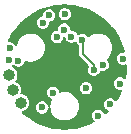
<source format=gbr>
%TF.GenerationSoftware,KiCad,Pcbnew,8.0.5-8.0.5-0~ubuntu24.04.1*%
%TF.CreationDate,2024-09-15T15:23:13-06:00*%
%TF.ProjectId,DRV8311 on motor driver,44525638-3331-4312-906f-6e206d6f746f,rev?*%
%TF.SameCoordinates,Original*%
%TF.FileFunction,Copper,L2,Inr*%
%TF.FilePolarity,Positive*%
%FSLAX46Y46*%
G04 Gerber Fmt 4.6, Leading zero omitted, Abs format (unit mm)*
G04 Created by KiCad (PCBNEW 8.0.5-8.0.5-0~ubuntu24.04.1) date 2024-09-15 15:23:13*
%MOMM*%
%LPD*%
G01*
G04 APERTURE LIST*
%TA.AperFunction,ComponentPad*%
%ADD10O,1.000000X1.000000*%
%TD*%
%TA.AperFunction,ComponentPad*%
%ADD11C,0.600000*%
%TD*%
%TA.AperFunction,ViaPad*%
%ADD12C,0.600000*%
%TD*%
%TA.AperFunction,Conductor*%
%ADD13C,0.200000*%
%TD*%
G04 APERTURE END LIST*
D10*
%TO.N,Net-(J3-Pin_1)*%
%TO.C,J3*%
X167600000Y-103450000D03*
%TD*%
D11*
%TO.N,GND*%
%TO.C,U1*%
X171950001Y-99719998D03*
X170549999Y-99719998D03*
X171250000Y-100445399D03*
X171950001Y-101120000D03*
X170549999Y-101120000D03*
%TD*%
D10*
%TO.N,Net-(J1-Pin_1)*%
%TO.C,J1*%
X166900000Y-102350000D03*
%TD*%
%TO.N,Net-(J2-Pin_1)*%
%TO.C,J2*%
X166600000Y-101100000D03*
%TD*%
D12*
%TO.N,+3.3V*%
X172799751Y-98147108D03*
X173116373Y-102216373D03*
X173769874Y-100675546D03*
%TO.N,GND*%
X167804580Y-96860461D03*
X175850000Y-98850000D03*
X175650000Y-98050000D03*
X174600000Y-96700000D03*
X169705640Y-105174954D03*
X174050000Y-97300000D03*
X173908365Y-102555608D03*
X175050000Y-97400000D03*
%TO.N,VDD*%
X170000000Y-96050000D03*
X169475248Y-96675624D03*
X166650000Y-98850000D03*
X167400000Y-99900000D03*
X166600000Y-99850000D03*
X171319090Y-95950000D03*
%TO.N,Net-(U1-SLEEP_N)*%
X174543328Y-100249977D03*
X169400000Y-103860612D03*
%TO.N,Net-(U1-SOA)*%
X170673748Y-97893002D03*
X174140084Y-104551384D03*
%TO.N,Net-(U1-SOB)*%
X171268000Y-97258800D03*
X175996140Y-101831754D03*
%TO.N,Net-(U1-SOC)*%
X171879907Y-97871564D03*
X176247018Y-99719598D03*
%TO.N,Net-(U1-INHB)*%
X170327877Y-102597695D03*
X175172494Y-103594849D03*
%TD*%
D13*
%TO.N,+3.3V*%
X172850000Y-98197357D02*
X172850000Y-99350000D01*
X173769874Y-100269874D02*
X173769874Y-100675546D01*
X172850000Y-99350000D02*
X173769874Y-100269874D01*
X172799751Y-98147108D02*
X172850000Y-98197357D01*
%TD*%
%TA.AperFunction,Conductor*%
%TO.N,GND*%
G36*
X171752984Y-95156740D02*
G01*
X171756825Y-95156908D01*
X171765864Y-95157699D01*
X172215230Y-95216859D01*
X172224144Y-95218430D01*
X172666656Y-95316533D01*
X172675419Y-95318881D01*
X173107691Y-95455176D01*
X173116218Y-95458280D01*
X173534948Y-95631724D01*
X173543161Y-95635553D01*
X173611570Y-95671165D01*
X173945198Y-95844840D01*
X173953053Y-95849375D01*
X174086041Y-95934098D01*
X174335316Y-96092904D01*
X174342748Y-96098108D01*
X174702324Y-96374019D01*
X174709272Y-96379848D01*
X174861285Y-96519143D01*
X175043442Y-96686060D01*
X175049856Y-96692474D01*
X175269458Y-96932127D01*
X175356066Y-97026642D01*
X175361898Y-97033593D01*
X175637809Y-97393169D01*
X175643013Y-97400601D01*
X175886541Y-97782862D01*
X175891077Y-97790719D01*
X176100361Y-98192751D01*
X176104195Y-98200974D01*
X176277637Y-98619700D01*
X176280741Y-98628226D01*
X176417036Y-99060498D01*
X176419383Y-99069258D01*
X176422338Y-99082585D01*
X176416180Y-99146565D01*
X176373591Y-99194706D01*
X176320804Y-99209098D01*
X176320417Y-99209098D01*
X176173619Y-99209098D01*
X176173617Y-99209098D01*
X176173613Y-99209099D01*
X176032769Y-99250454D01*
X175909275Y-99329819D01*
X175909274Y-99329819D01*
X175909274Y-99329820D01*
X175866239Y-99379484D01*
X175813140Y-99440763D01*
X175752159Y-99574292D01*
X175752157Y-99574299D01*
X175731268Y-99719594D01*
X175731268Y-99719601D01*
X175752157Y-99864896D01*
X175752159Y-99864903D01*
X175813140Y-99998432D01*
X175813141Y-99998434D01*
X175909274Y-100109376D01*
X176032768Y-100188741D01*
X176173619Y-100230098D01*
X176173622Y-100230098D01*
X176320414Y-100230098D01*
X176320417Y-100230098D01*
X176417648Y-100201548D01*
X176459147Y-100189364D01*
X176523396Y-100191199D01*
X176574296Y-100230449D01*
X176592348Y-100284614D01*
X176598779Y-100431903D01*
X176598779Y-100440976D01*
X176579009Y-100893787D01*
X176578218Y-100902826D01*
X176519060Y-101352181D01*
X176517485Y-101361117D01*
X176510553Y-101392384D01*
X176477930Y-101447765D01*
X176418985Y-101473394D01*
X176356233Y-101459482D01*
X176340160Y-101446091D01*
X176339506Y-101446847D01*
X176333885Y-101441976D01*
X176210388Y-101362610D01*
X176069544Y-101321255D01*
X176069541Y-101321254D01*
X176069539Y-101321254D01*
X175922741Y-101321254D01*
X175922739Y-101321254D01*
X175922735Y-101321255D01*
X175781891Y-101362610D01*
X175658397Y-101441975D01*
X175562262Y-101552919D01*
X175501281Y-101686448D01*
X175501279Y-101686455D01*
X175480390Y-101831750D01*
X175480390Y-101831757D01*
X175501279Y-101977052D01*
X175501281Y-101977059D01*
X175551579Y-102087195D01*
X175562263Y-102110590D01*
X175658396Y-102221532D01*
X175781890Y-102300897D01*
X175922741Y-102342254D01*
X175922744Y-102342254D01*
X176069538Y-102342254D01*
X176069539Y-102342254D01*
X176069539Y-102342253D01*
X176070804Y-102342072D01*
X176071856Y-102342254D01*
X176076977Y-102342254D01*
X176076977Y-102343140D01*
X176134138Y-102353031D01*
X176178935Y-102399124D01*
X176188084Y-102462745D01*
X176181691Y-102484812D01*
X176104191Y-102671915D01*
X176100356Y-102680138D01*
X175891077Y-103082160D01*
X175886541Y-103090017D01*
X175759814Y-103288937D01*
X175710217Y-103329822D01*
X175646061Y-103333745D01*
X175593505Y-103301165D01*
X175510238Y-103205071D01*
X175386744Y-103125706D01*
X175386743Y-103125705D01*
X175386742Y-103125705D01*
X175245898Y-103084350D01*
X175245895Y-103084349D01*
X175245893Y-103084349D01*
X175099095Y-103084349D01*
X175099093Y-103084349D01*
X175099089Y-103084350D01*
X174958245Y-103125705D01*
X174834751Y-103205070D01*
X174738616Y-103316014D01*
X174677635Y-103449543D01*
X174677633Y-103449550D01*
X174656744Y-103594845D01*
X174656744Y-103594852D01*
X174677633Y-103740147D01*
X174677635Y-103740154D01*
X174700652Y-103790553D01*
X174738617Y-103873685D01*
X174834750Y-103984627D01*
X174958244Y-104063992D01*
X174958247Y-104063993D01*
X174961755Y-104065595D01*
X174964130Y-104067775D01*
X174964502Y-104068014D01*
X174964460Y-104068078D01*
X175009111Y-104109056D01*
X175021876Y-104172051D01*
X174995177Y-104230519D01*
X174988815Y-104236875D01*
X174790313Y-104418769D01*
X174731825Y-104445423D01*
X174668840Y-104432609D01*
X174625451Y-104385296D01*
X174573961Y-104272548D01*
X174477828Y-104161606D01*
X174354334Y-104082241D01*
X174354333Y-104082240D01*
X174354332Y-104082240D01*
X174213488Y-104040885D01*
X174213485Y-104040884D01*
X174213483Y-104040884D01*
X174066685Y-104040884D01*
X174066683Y-104040884D01*
X174066679Y-104040885D01*
X173925835Y-104082240D01*
X173802341Y-104161605D01*
X173706206Y-104272549D01*
X173645225Y-104406078D01*
X173645223Y-104406085D01*
X173624334Y-104551380D01*
X173624334Y-104551387D01*
X173645223Y-104696682D01*
X173645225Y-104696688D01*
X173706207Y-104830220D01*
X173775007Y-104909618D01*
X173802341Y-104941163D01*
X173802956Y-104941696D01*
X173803305Y-104942276D01*
X173807211Y-104946783D01*
X173806430Y-104947458D01*
X173836146Y-104996740D01*
X173830644Y-105060779D01*
X173788551Y-105109354D01*
X173782870Y-105112541D01*
X173543166Y-105237323D01*
X173534943Y-105241157D01*
X173116217Y-105414599D01*
X173107691Y-105417703D01*
X172675419Y-105553998D01*
X172666656Y-105556346D01*
X172224154Y-105654447D01*
X172215219Y-105656022D01*
X171765864Y-105715180D01*
X171756825Y-105715971D01*
X171304014Y-105735741D01*
X171294942Y-105735741D01*
X170842130Y-105715971D01*
X170833091Y-105715180D01*
X170383736Y-105656022D01*
X170374801Y-105654447D01*
X169932299Y-105556346D01*
X169923536Y-105553998D01*
X169491264Y-105417703D01*
X169482738Y-105414599D01*
X169064012Y-105241157D01*
X169055789Y-105237323D01*
X168653757Y-105028039D01*
X168645900Y-105023503D01*
X168263639Y-104779975D01*
X168256207Y-104774771D01*
X167896631Y-104498860D01*
X167889680Y-104493028D01*
X167703757Y-104322660D01*
X167672107Y-104266717D01*
X167679383Y-104202855D01*
X167722807Y-104155466D01*
X167749124Y-104145007D01*
X167853797Y-104119208D01*
X167896320Y-104096890D01*
X168006567Y-104039028D01*
X168006569Y-104039026D01*
X168006574Y-104039024D01*
X168135723Y-103924609D01*
X168179900Y-103860608D01*
X168884250Y-103860608D01*
X168884250Y-103860615D01*
X168905139Y-104005910D01*
X168905141Y-104005917D01*
X168952243Y-104109056D01*
X168966123Y-104139448D01*
X169062256Y-104250390D01*
X169185750Y-104329755D01*
X169326601Y-104371112D01*
X169326604Y-104371112D01*
X169473396Y-104371112D01*
X169473399Y-104371112D01*
X169614250Y-104329755D01*
X169737744Y-104250390D01*
X169833877Y-104139448D01*
X169894859Y-104005916D01*
X169905316Y-103933183D01*
X169933675Y-103875505D01*
X169990522Y-103845509D01*
X170054143Y-103854656D01*
X170100238Y-103899452D01*
X170111813Y-103938390D01*
X170114884Y-103971533D01*
X170175769Y-104185523D01*
X170175770Y-104185525D01*
X170175771Y-104185528D01*
X170184399Y-104202855D01*
X170274938Y-104384682D01*
X170274942Y-104384689D01*
X170400826Y-104551387D01*
X170409021Y-104562238D01*
X170409023Y-104562241D01*
X170487762Y-104634020D01*
X170573438Y-104712124D01*
X170762599Y-104829247D01*
X170970060Y-104909618D01*
X171188749Y-104950499D01*
X171188755Y-104950499D01*
X171188757Y-104950500D01*
X171188758Y-104950500D01*
X171411242Y-104950500D01*
X171411243Y-104950500D01*
X171411245Y-104950499D01*
X171411250Y-104950499D01*
X171547431Y-104925041D01*
X171629940Y-104909618D01*
X171837401Y-104829247D01*
X172026562Y-104712124D01*
X172190981Y-104562236D01*
X172325058Y-104384689D01*
X172424229Y-104185528D01*
X172485115Y-103971536D01*
X172505643Y-103750000D01*
X172502428Y-103715308D01*
X172485115Y-103528466D01*
X172485115Y-103528464D01*
X172424229Y-103314472D01*
X172325058Y-103115311D01*
X172190981Y-102937764D01*
X172190978Y-102937761D01*
X172190976Y-102937758D01*
X172026564Y-102787878D01*
X172026562Y-102787876D01*
X171837401Y-102670753D01*
X171837399Y-102670752D01*
X171629939Y-102590381D01*
X171411250Y-102549500D01*
X171411243Y-102549500D01*
X171188757Y-102549500D01*
X171188749Y-102549500D01*
X170970067Y-102590380D01*
X170965440Y-102591697D01*
X170965038Y-102590284D01*
X170907010Y-102593493D01*
X170853004Y-102558642D01*
X170830696Y-102507762D01*
X170822736Y-102452391D01*
X170761754Y-102318859D01*
X170672945Y-102216369D01*
X172600623Y-102216369D01*
X172600623Y-102216376D01*
X172621512Y-102361671D01*
X172621514Y-102361678D01*
X172662944Y-102452396D01*
X172682496Y-102495209D01*
X172778629Y-102606151D01*
X172902123Y-102685516D01*
X173042974Y-102726873D01*
X173042977Y-102726873D01*
X173189769Y-102726873D01*
X173189772Y-102726873D01*
X173330623Y-102685516D01*
X173454117Y-102606151D01*
X173550250Y-102495209D01*
X173611232Y-102361677D01*
X173625950Y-102259311D01*
X173632123Y-102216376D01*
X173632123Y-102216369D01*
X173611233Y-102071074D01*
X173611231Y-102071067D01*
X173568299Y-101977059D01*
X173550250Y-101937537D01*
X173454117Y-101826595D01*
X173330623Y-101747230D01*
X173330622Y-101747229D01*
X173330621Y-101747229D01*
X173189777Y-101705874D01*
X173189774Y-101705873D01*
X173189772Y-101705873D01*
X173042974Y-101705873D01*
X173042972Y-101705873D01*
X173042968Y-101705874D01*
X172902124Y-101747229D01*
X172778630Y-101826594D01*
X172778629Y-101826594D01*
X172778629Y-101826595D01*
X172736343Y-101875395D01*
X172682495Y-101937538D01*
X172621514Y-102071067D01*
X172621512Y-102071074D01*
X172600623Y-102216369D01*
X170672945Y-102216369D01*
X170665621Y-102207917D01*
X170542127Y-102128552D01*
X170542126Y-102128551D01*
X170542125Y-102128551D01*
X170401281Y-102087196D01*
X170401278Y-102087195D01*
X170401276Y-102087195D01*
X170254478Y-102087195D01*
X170254476Y-102087195D01*
X170254472Y-102087196D01*
X170113628Y-102128551D01*
X169990134Y-102207916D01*
X169893999Y-102318860D01*
X169833018Y-102452389D01*
X169833016Y-102452396D01*
X169812127Y-102597691D01*
X169812127Y-102597698D01*
X169833016Y-102742993D01*
X169833018Y-102743000D01*
X169886894Y-102860971D01*
X169894000Y-102876531D01*
X169990133Y-102987473D01*
X170113627Y-103066838D01*
X170156275Y-103079360D01*
X170209331Y-103115638D01*
X170230932Y-103176175D01*
X170220071Y-103225503D01*
X170175775Y-103314463D01*
X170175769Y-103314476D01*
X170114884Y-103528466D01*
X170099110Y-103698696D01*
X170073692Y-103757732D01*
X170018428Y-103790553D01*
X169954427Y-103784623D01*
X169906135Y-103742206D01*
X169895765Y-103718396D01*
X169894859Y-103715313D01*
X169894859Y-103715308D01*
X169833877Y-103581776D01*
X169737744Y-103470834D01*
X169614250Y-103391469D01*
X169614249Y-103391468D01*
X169614248Y-103391468D01*
X169473404Y-103350113D01*
X169473401Y-103350112D01*
X169473399Y-103350112D01*
X169326601Y-103350112D01*
X169326599Y-103350112D01*
X169326595Y-103350113D01*
X169185751Y-103391468D01*
X169062257Y-103470833D01*
X168966122Y-103581777D01*
X168905141Y-103715306D01*
X168905139Y-103715313D01*
X168884250Y-103860608D01*
X168179900Y-103860608D01*
X168233737Y-103782611D01*
X168294921Y-103621283D01*
X168315718Y-103450000D01*
X168294921Y-103278717D01*
X168233737Y-103117389D01*
X168135723Y-102975391D01*
X168082347Y-102928104D01*
X168006576Y-102860977D01*
X168006567Y-102860971D01*
X167853801Y-102780793D01*
X167853797Y-102780792D01*
X167686270Y-102739500D01*
X167662832Y-102739500D01*
X167601702Y-102719638D01*
X167563922Y-102667638D01*
X167563922Y-102603362D01*
X167565590Y-102598621D01*
X167565940Y-102597698D01*
X167594921Y-102521283D01*
X167615718Y-102350000D01*
X167594921Y-102178717D01*
X167533737Y-102017389D01*
X167435723Y-101875391D01*
X167380642Y-101826594D01*
X167306576Y-101760977D01*
X167306570Y-101760973D01*
X167190672Y-101700145D01*
X167145775Y-101654150D01*
X167136489Y-101590548D01*
X167153414Y-101548979D01*
X167233737Y-101432611D01*
X167294921Y-101271283D01*
X167315718Y-101100000D01*
X167294921Y-100928717D01*
X167233737Y-100767389D01*
X167135723Y-100625391D01*
X167082347Y-100578104D01*
X167006576Y-100510977D01*
X167006567Y-100510971D01*
X166894557Y-100452184D01*
X166849660Y-100406189D01*
X166840372Y-100342588D01*
X166870243Y-100285675D01*
X166886661Y-100272607D01*
X166914081Y-100254984D01*
X166976245Y-100238646D01*
X167036141Y-100261965D01*
X167048904Y-100274370D01*
X167062254Y-100289777D01*
X167062256Y-100289778D01*
X167185750Y-100369143D01*
X167326601Y-100410500D01*
X167326604Y-100410500D01*
X167473396Y-100410500D01*
X167473399Y-100410500D01*
X167614250Y-100369143D01*
X167737744Y-100289778D01*
X167833877Y-100178836D01*
X167894859Y-100045304D01*
X167899805Y-100010900D01*
X167928163Y-99953221D01*
X167985009Y-99923225D01*
X168040313Y-99928723D01*
X168120060Y-99959618D01*
X168150424Y-99965294D01*
X168338749Y-100000499D01*
X168338755Y-100000499D01*
X168338757Y-100000500D01*
X168338758Y-100000500D01*
X168561242Y-100000500D01*
X168561243Y-100000500D01*
X168561245Y-100000499D01*
X168561250Y-100000499D01*
X168749576Y-99965294D01*
X168779940Y-99959618D01*
X168987401Y-99879247D01*
X169176562Y-99762124D01*
X169340981Y-99612236D01*
X169475058Y-99434689D01*
X169574229Y-99235528D01*
X169635115Y-99021536D01*
X169655643Y-98800000D01*
X169635115Y-98578464D01*
X169574229Y-98364472D01*
X169475058Y-98165311D01*
X169340981Y-97987764D01*
X169340978Y-97987761D01*
X169340976Y-97987758D01*
X169237028Y-97892998D01*
X170157998Y-97892998D01*
X170157998Y-97893005D01*
X170178887Y-98038300D01*
X170178889Y-98038307D01*
X170236890Y-98165310D01*
X170239871Y-98171838D01*
X170336004Y-98282780D01*
X170459498Y-98362145D01*
X170600349Y-98403502D01*
X170600352Y-98403502D01*
X170747144Y-98403502D01*
X170747147Y-98403502D01*
X170887998Y-98362145D01*
X171011492Y-98282780D01*
X171107625Y-98171838D01*
X171168607Y-98038306D01*
X171175427Y-97990868D01*
X171203785Y-97933190D01*
X171260632Y-97903193D01*
X171324253Y-97912340D01*
X171370348Y-97957135D01*
X171381309Y-97990868D01*
X171385046Y-98016863D01*
X171385048Y-98016869D01*
X171413731Y-98079675D01*
X171446030Y-98150400D01*
X171542163Y-98261342D01*
X171665657Y-98340707D01*
X171806508Y-98382064D01*
X171806511Y-98382064D01*
X171953303Y-98382064D01*
X171953306Y-98382064D01*
X172094157Y-98340707D01*
X172173158Y-98289935D01*
X172235320Y-98273596D01*
X172295217Y-98296915D01*
X172323985Y-98334221D01*
X172345283Y-98380857D01*
X172365875Y-98425946D01*
X172462006Y-98536885D01*
X172462010Y-98536888D01*
X172491725Y-98555984D01*
X172532413Y-98605741D01*
X172539500Y-98643475D01*
X172539500Y-99390883D01*
X172560659Y-99469847D01*
X172560661Y-99469852D01*
X172575189Y-99495014D01*
X172587415Y-99516191D01*
X172601539Y-99540653D01*
X173324308Y-100263422D01*
X173353489Y-100320692D01*
X173343434Y-100384176D01*
X173338264Y-100393180D01*
X173336000Y-100396703D01*
X173275015Y-100530240D01*
X173275013Y-100530247D01*
X173254124Y-100675542D01*
X173254124Y-100675549D01*
X173275013Y-100820844D01*
X173275015Y-100820850D01*
X173335997Y-100954382D01*
X173432130Y-101065324D01*
X173555624Y-101144689D01*
X173696475Y-101186046D01*
X173696478Y-101186046D01*
X173843270Y-101186046D01*
X173843273Y-101186046D01*
X173984124Y-101144689D01*
X174107618Y-101065324D01*
X174203751Y-100954382D01*
X174264733Y-100820850D01*
X174264734Y-100820844D01*
X174266828Y-100813714D01*
X174268994Y-100814350D01*
X174292651Y-100766234D01*
X174349497Y-100736238D01*
X174396534Y-100738927D01*
X174443013Y-100752573D01*
X174469929Y-100760477D01*
X174469932Y-100760477D01*
X174616724Y-100760477D01*
X174616727Y-100760477D01*
X174757578Y-100719120D01*
X174881072Y-100639755D01*
X174977205Y-100528813D01*
X175038187Y-100395281D01*
X175047348Y-100331562D01*
X175059078Y-100249980D01*
X175059078Y-100249973D01*
X175038188Y-100104678D01*
X175038186Y-100104671D01*
X175011075Y-100045305D01*
X174977205Y-99971141D01*
X174977204Y-99971140D01*
X174977204Y-99971139D01*
X174898014Y-99879751D01*
X174872993Y-99820546D01*
X174887550Y-99757941D01*
X174906543Y-99734792D01*
X175040981Y-99612236D01*
X175175058Y-99434689D01*
X175274229Y-99235528D01*
X175335115Y-99021536D01*
X175355643Y-98800000D01*
X175335115Y-98578464D01*
X175274229Y-98364472D01*
X175175058Y-98165311D01*
X175040981Y-97987764D01*
X175040978Y-97987761D01*
X175040976Y-97987758D01*
X174876564Y-97837878D01*
X174876562Y-97837876D01*
X174687401Y-97720753D01*
X174687399Y-97720752D01*
X174479939Y-97640381D01*
X174261250Y-97599500D01*
X174261243Y-97599500D01*
X174038757Y-97599500D01*
X174038749Y-97599500D01*
X173820060Y-97640381D01*
X173612600Y-97720752D01*
X173423438Y-97837875D01*
X173381497Y-97876109D01*
X173322940Y-97902613D01*
X173259988Y-97889635D01*
X173232837Y-97867357D01*
X173137496Y-97757330D01*
X173051970Y-97702366D01*
X173014001Y-97677965D01*
X173014000Y-97677964D01*
X173013999Y-97677964D01*
X172873155Y-97636609D01*
X172873152Y-97636608D01*
X172873150Y-97636608D01*
X172726352Y-97636608D01*
X172726350Y-97636608D01*
X172726346Y-97636609D01*
X172585502Y-97677963D01*
X172506499Y-97728736D01*
X172444335Y-97745075D01*
X172384439Y-97721755D01*
X172355671Y-97684448D01*
X172352710Y-97677964D01*
X172313784Y-97592728D01*
X172217651Y-97481786D01*
X172094157Y-97402421D01*
X172094156Y-97402420D01*
X172094155Y-97402420D01*
X171953311Y-97361065D01*
X171953308Y-97361064D01*
X171953306Y-97361064D01*
X171887750Y-97361064D01*
X171826620Y-97341202D01*
X171788840Y-97289202D01*
X171785182Y-97266108D01*
X171784809Y-97266162D01*
X171762860Y-97113501D01*
X171762858Y-97113494D01*
X171740895Y-97065402D01*
X171701877Y-96979964D01*
X171605744Y-96869022D01*
X171482250Y-96789657D01*
X171482249Y-96789656D01*
X171482248Y-96789656D01*
X171341404Y-96748301D01*
X171341401Y-96748300D01*
X171341399Y-96748300D01*
X171194601Y-96748300D01*
X171194599Y-96748300D01*
X171194595Y-96748301D01*
X171053751Y-96789656D01*
X170930257Y-96869021D01*
X170834122Y-96979965D01*
X170773141Y-97113494D01*
X170773139Y-97113501D01*
X170752250Y-97258796D01*
X170752250Y-97258799D01*
X170752955Y-97263704D01*
X170741993Y-97327038D01*
X170695898Y-97371833D01*
X170650013Y-97382502D01*
X170600349Y-97382502D01*
X170600347Y-97382502D01*
X170600343Y-97382503D01*
X170459499Y-97423858D01*
X170336005Y-97503223D01*
X170239870Y-97614167D01*
X170178889Y-97747696D01*
X170178887Y-97747703D01*
X170157998Y-97892998D01*
X169237028Y-97892998D01*
X169176564Y-97837878D01*
X169176562Y-97837876D01*
X168987401Y-97720753D01*
X168987399Y-97720752D01*
X168779939Y-97640381D01*
X168561250Y-97599500D01*
X168561243Y-97599500D01*
X168338757Y-97599500D01*
X168338749Y-97599500D01*
X168120060Y-97640381D01*
X167912600Y-97720752D01*
X167723435Y-97837878D01*
X167559023Y-97987758D01*
X167559021Y-97987761D01*
X167424942Y-98165310D01*
X167424938Y-98165317D01*
X167325773Y-98364468D01*
X167325770Y-98364474D01*
X167273798Y-98547135D01*
X167237964Y-98600495D01*
X167177610Y-98622602D01*
X167115789Y-98605012D01*
X167086277Y-98574899D01*
X167083877Y-98571165D01*
X167083877Y-98571164D01*
X166987744Y-98460222D01*
X166864250Y-98380857D01*
X166864249Y-98380856D01*
X166864248Y-98380856D01*
X166723404Y-98339501D01*
X166723401Y-98339500D01*
X166723399Y-98339500D01*
X166593589Y-98339500D01*
X166532459Y-98319638D01*
X166494679Y-98267638D01*
X166494679Y-98203362D01*
X166501340Y-98187478D01*
X166644567Y-97912340D01*
X166707884Y-97790707D01*
X166712407Y-97782873D01*
X166955949Y-97400590D01*
X166961139Y-97393178D01*
X167237069Y-97033578D01*
X167242876Y-97026656D01*
X167549110Y-96692462D01*
X167555500Y-96686072D01*
X167566906Y-96675620D01*
X168959498Y-96675620D01*
X168959498Y-96675627D01*
X168980387Y-96820922D01*
X168980389Y-96820929D01*
X169031172Y-96932127D01*
X169041371Y-96954460D01*
X169137504Y-97065402D01*
X169260998Y-97144767D01*
X169401849Y-97186124D01*
X169401852Y-97186124D01*
X169548644Y-97186124D01*
X169548647Y-97186124D01*
X169689498Y-97144767D01*
X169812992Y-97065402D01*
X169909125Y-96954460D01*
X169970107Y-96820928D01*
X169980549Y-96748300D01*
X169990998Y-96675627D01*
X169990998Y-96668186D01*
X169992844Y-96668186D01*
X170002203Y-96614059D01*
X170048290Y-96569256D01*
X170066560Y-96563613D01*
X170066262Y-96562596D01*
X170127743Y-96544543D01*
X170214250Y-96519143D01*
X170337744Y-96439778D01*
X170433877Y-96328836D01*
X170494859Y-96195304D01*
X170499198Y-96165124D01*
X170515750Y-96050003D01*
X170515750Y-96049996D01*
X170501372Y-95949996D01*
X170803340Y-95949996D01*
X170803340Y-95950003D01*
X170824229Y-96095298D01*
X170824231Y-96095305D01*
X170869897Y-96195298D01*
X170885213Y-96228836D01*
X170981346Y-96339778D01*
X171104840Y-96419143D01*
X171245691Y-96460500D01*
X171245694Y-96460500D01*
X171392486Y-96460500D01*
X171392489Y-96460500D01*
X171533340Y-96419143D01*
X171656834Y-96339778D01*
X171752967Y-96228836D01*
X171813949Y-96095304D01*
X171834840Y-95950000D01*
X171834840Y-95949996D01*
X171813950Y-95804701D01*
X171813948Y-95804694D01*
X171752967Y-95671165D01*
X171752967Y-95671164D01*
X171656834Y-95560222D01*
X171533340Y-95480857D01*
X171533339Y-95480856D01*
X171533338Y-95480856D01*
X171392494Y-95439501D01*
X171392491Y-95439500D01*
X171392489Y-95439500D01*
X171245691Y-95439500D01*
X171245689Y-95439500D01*
X171245685Y-95439501D01*
X171104841Y-95480856D01*
X170981347Y-95560221D01*
X170981346Y-95560221D01*
X170981346Y-95560222D01*
X170933279Y-95615693D01*
X170885212Y-95671165D01*
X170824231Y-95804694D01*
X170824229Y-95804701D01*
X170803340Y-95949996D01*
X170501372Y-95949996D01*
X170494860Y-95904701D01*
X170494858Y-95904694D01*
X170468482Y-95846938D01*
X170433877Y-95771164D01*
X170337744Y-95660222D01*
X170214250Y-95580857D01*
X170214249Y-95580856D01*
X170214248Y-95580856D01*
X170073404Y-95539501D01*
X170073401Y-95539500D01*
X170073399Y-95539500D01*
X169926601Y-95539500D01*
X169926599Y-95539500D01*
X169926595Y-95539501D01*
X169785751Y-95580856D01*
X169662257Y-95660221D01*
X169566122Y-95771165D01*
X169505141Y-95904694D01*
X169505139Y-95904701D01*
X169484250Y-96049996D01*
X169484250Y-96057438D01*
X169482406Y-96057438D01*
X169473037Y-96111578D01*
X169426943Y-96156374D01*
X169408689Y-96162017D01*
X169408986Y-96163028D01*
X169260999Y-96206480D01*
X169137505Y-96285845D01*
X169137504Y-96285845D01*
X169137504Y-96285846D01*
X169090771Y-96339778D01*
X169041370Y-96396789D01*
X168980389Y-96530318D01*
X168980387Y-96530325D01*
X168959498Y-96675620D01*
X167566906Y-96675620D01*
X167889694Y-96379838D01*
X167896616Y-96374031D01*
X168256216Y-96098101D01*
X168263628Y-96092911D01*
X168645911Y-95849369D01*
X168653745Y-95844846D01*
X169055802Y-95635549D01*
X169063998Y-95631728D01*
X169482745Y-95458277D01*
X169491258Y-95455178D01*
X169923541Y-95318879D01*
X169932294Y-95316534D01*
X170374815Y-95218429D01*
X170383721Y-95216859D01*
X170833093Y-95157698D01*
X170842129Y-95156908D01*
X171294943Y-95137138D01*
X171304013Y-95137138D01*
X171752984Y-95156740D01*
G37*
%TD.AperFunction*%
%TD*%
M02*

</source>
